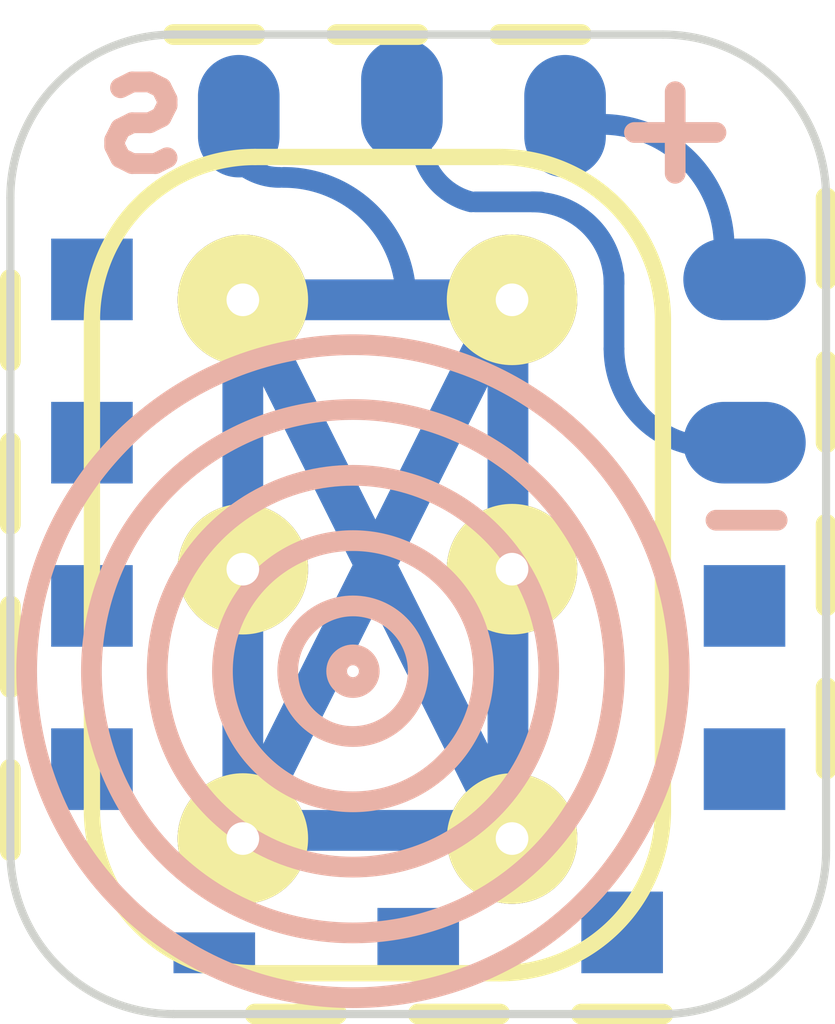
<source format=kicad_pcb>
(kicad_pcb (version 4) (host pcbnew "(2015-05-13 BZR 5653)-product")

  (general
    (links 0)
    (no_connects 0)
    (area 102.572999 41.275 113.427001 54.427001)
    (thickness 1.6)
    (drawings 16)
    (tracks 0)
    (zones 0)
    (modules 1)
    (nets 1)
  )

  (page User 210.007 148.006)
  (title_block
    (title "\"Tact-Tile\"")
    (date "Sat May 30 2015")
    (rev 1)
    (company "Copyright 2015 Anderson de Oliveira Antunes")
    (comment 2 "Copyrights: CC-BY-SA 4.0 Patents: Apache 2.0")
    (comment 3 "You must keep the attribution on the PCB and schematic and in the firmware files, as is.")
  )

  (layers
    (0 F.Cu signal)
    (31 B.Cu signal)
    (36 B.SilkS user)
    (37 F.SilkS user)
    (38 B.Mask user)
    (39 F.Mask user)
    (44 Edge.Cuts user)
  )

  (setup
    (last_trace_width 0.2)
    (trace_clearance 0.2)
    (zone_clearance 0.508)
    (zone_45_only no)
    (trace_min 0.16)
    (segment_width 0.2)
    (edge_width 0.1)
    (via_size 0.6)
    (via_drill 0.4)
    (via_min_size 0.4)
    (via_min_drill 0.3)
    (uvia_size 0.3)
    (uvia_drill 0.1)
    (uvias_allowed no)
    (uvia_min_size 0.2)
    (uvia_min_drill 0.1)
    (pcb_text_width 0.3)
    (pcb_text_size 1.5 1.5)
    (mod_edge_width 0.15)
    (mod_text_size 1 1)
    (mod_text_width 0.15)
    (pad_size 1.5 1.5)
    (pad_drill 0.6)
    (pad_to_mask_clearance 0)
    (aux_axis_origin 0 0)
    (visible_elements FFFFFFFF)
    (pcbplotparams
      (layerselection 0x010f0_80000001)
      (usegerberextensions false)
      (excludeedgelayer true)
      (linewidth 0.100000)
      (plotframeref false)
      (viasonmask false)
      (mode 1)
      (useauxorigin false)
      (hpglpennumber 1)
      (hpglpenspeed 20)
      (hpglpendiameter 15)
      (hpglpenoverlay 2)
      (psnegative false)
      (psa4output false)
      (plotreference true)
      (plotvalue true)
      (plotinvisibletext false)
      (padsonsilk false)
      (subtractmaskfromsilk true)
      (outputformat 1)
      (mirror false)
      (drillshape 0)
      (scaleselection 1)
      (outputdirectory gerb/))
  )

  (net 0 "")

  (net_class Default "This is the default net class."
    (clearance 0.2)
    (trace_width 0.2)
    (via_dia 0.6)
    (via_drill 0.4)
    (uvia_dia 0.3)
    (uvia_drill 0.1)
  )

  (net_class gn ""
    (clearance 0.3)
    (trace_width 0.6)
    (via_dia 0.6)
    (via_drill 0.4)
    (uvia_dia 0.3)
    (uvia_drill 0.1)
  )

  (module etc:BrailleCell (layer F.Cu) (tedit 556A3864) (tstamp 55688B13)
    (at 99.5 66.1)
    (fp_text reference REF** (at -1.75 0.25) (layer F.SilkS) hide
      (effects (font (size 1 1) (thickness 0.15)))
    )
    (fp_text value BrailleCell (at 0 -1.4) (layer F.Fab) hide
      (effects (font (size 1 1) (thickness 0.15)))
    )
    (fp_line (start -1 -2) (end -2 -2) (layer F.SilkS) (width 0.254))
    (fp_line (start 1 -2) (end 0 -2) (layer F.SilkS) (width 0.254))
    (fp_line (start 3 -2) (end 2 -2) (layer F.SilkS) (width 0.254))
    (fp_line (start 6 1) (end 6 0) (layer F.SilkS) (width 0.254))
    (fp_line (start 6 3) (end 6 2) (layer F.SilkS) (width 0.254))
    (fp_line (start 6 5) (end 6 4) (layer F.SilkS) (width 0.254))
    (fp_line (start 6 7) (end 6 6) (layer F.SilkS) (width 0.254))
    (fp_line (start 3 10) (end 4 10) (layer F.SilkS) (width 0.254))
    (fp_line (start 1 10) (end 2 10) (layer F.SilkS) (width 0.254))
    (fp_line (start -1 10) (end 0 10) (layer F.SilkS) (width 0.254))
    (fp_line (start -4 7) (end -4 8) (layer F.SilkS) (width 0.254))
    (fp_line (start -4 5) (end -4 6) (layer F.SilkS) (width 0.254))
    (fp_line (start -4 3) (end -4 4) (layer F.SilkS) (width 0.254))
    (fp_line (start -4 1) (end -4 2) (layer F.SilkS) (width 0.254))
    (fp_circle (center 0.2 5.8) (end 0.4 5.8) (layer B.SilkS) (width 0.254))
    (fp_circle (center 0.2 5.8) (end 1 5.8) (layer B.SilkS) (width 0.254))
    (fp_circle (center 0.2 5.8) (end 1.8 5.8) (layer B.SilkS) (width 0.254))
    (fp_circle (center 0.2 5.8) (end 2.6 5.8) (layer B.SilkS) (width 0.254))
    (fp_circle (center 0.2 5.8) (end 4.2 5.8) (layer B.SilkS) (width 0.254))
    (fp_circle (center 0.2 5.8) (end 3.4 6) (layer B.SilkS) (width 0.254))
    (fp_text user s (at -2.4 -1.1) (layer B.SilkS)
      (effects (font (size 1.5 1.5) (thickness 0.254)) (justify mirror))
    )
    (fp_line (start 4.65 3.95) (end 5.4 3.95) (layer B.SilkS) (width 0.254))
    (fp_line (start 4.65 -0.8) (end 3.65 -0.8) (layer B.SilkS) (width 0.254))
    (fp_line (start 4.15 -1.3) (end 4.15 -0.3) (layer B.SilkS) (width 0.254))
    (fp_line (start 3.4 0.95) (end 3.4 1.85) (layer B.Cu) (width 0.254))
    (fp_arc (start 2.4 1.05) (end 2.4 0.05) (angle 90) (layer B.Cu) (width 0.254))
    (fp_line (start 1.7 0.05) (end 2.5 0.05) (layer B.Cu) (width 0.254))
    (fp_arc (start 1.85 -0.75) (end 1.65 0.05) (angle 85) (layer B.Cu) (width 0.254))
    (fp_arc (start 4.6 1.85) (end 4.6 3.05) (angle 90) (layer B.Cu) (width 0.254))
    (fp_arc (start -0.7 -1) (end -0.7 -0.25) (angle 90) (layer B.Cu) (width 0.254))
    (fp_arc (start -0.65 1.25) (end -0.65 -0.25) (angle 90) (layer B.Cu) (width 0.254))
    (fp_arc (start 3.25 0.6) (end 3.25 -0.9) (angle 90) (layer B.Cu) (width 0.254))
    (fp_line (start 2.1 7.75) (end -1.15 1.25) (layer B.Cu) (width 0.5))
    (fp_line (start 2.1 1.25) (end 2.1 7.75) (layer B.Cu) (width 0.5))
    (fp_line (start 2.1 7.75) (end -1.15 7.75) (layer B.Cu) (width 0.5))
    (fp_line (start -1.15 7.75) (end -1.15 1.25) (layer B.Cu) (width 0.5))
    (fp_line (start -1.15 1.25) (end 2.1 1.25) (layer B.Cu) (width 0.5))
    (fp_line (start 2.1 1.25) (end -1.15 7.75) (layer B.Cu) (width 0.5))
    (pad "" thru_hole circle (at 2.15 7.85) (size 1.6 1.6) (drill 0.4) (layers *.Cu *.Mask F.SilkS))
    (pad "" thru_hole circle (at -1.15 7.85) (size 1.6 1.6) (drill 0.4) (layers *.Cu *.Mask F.SilkS))
    (pad "" thru_hole circle (at -1.15 4.55) (size 1.6 1.6) (drill 0.4) (layers *.Cu *.Mask F.SilkS))
    (pad "" thru_hole circle (at 2.15 4.55) (size 1.6 1.6) (drill 0.4) (layers *.Cu *.Mask F.SilkS))
    (pad "" thru_hole circle (at 2.15 1.25) (size 1.6 1.6) (drill 0.4) (layers *.Cu *.Mask F.SilkS))
    (pad "" thru_hole circle (at -1.15 1.25) (size 1.6 1.6) (drill 0.4) (layers *.Cu *.Mask F.SilkS))
    (pad "" smd oval (at 5 1) (size 1.5 1) (layers B.Cu B.Mask))
    (pad "" smd oval (at 5 3) (size 1.5 1) (layers B.Cu B.Mask))
    (pad 1 smd oval (at -1.2 -1) (size 1 1.5) (layers B.Cu B.Mask))
    (pad 2 smd oval (at 0.8 -1.2) (size 1 1.5) (layers B.Cu B.Mask))
    (pad 3 smd oval (at 2.8 -1) (size 1 1.5) (layers B.Cu B.Mask))
    (pad "" smd rect (at 5 5) (size 1 1) (layers B.Cu B.Mask))
    (pad "" smd rect (at 5 7) (size 1 1) (layers B.Cu B.Mask))
    (pad "" smd rect (at 3.5 9) (size 1 1) (layers B.Cu B.Mask))
    (pad "" smd rect (at 1 9.1) (size 1 0.8) (layers B.Cu B.Mask))
    (pad "" smd rect (at -1.5 9.25) (size 1 0.5) (layers B.Cu B.Mask))
    (pad "" smd rect (at -3 7) (size 1 1) (layers B.Cu B.Mask))
    (pad "" smd rect (at -3 5) (size 1 1) (layers B.Cu B.Mask))
    (pad "" smd rect (at -3 3) (size 1 1) (layers B.Cu B.Mask))
    (pad "" smd rect (at -3 1) (size 1 1) (layers B.Cu B.Mask))
  )

  (gr_line (start 101.5 65.6) (end 98.5 65.6) (angle 90) (layer F.SilkS) (width 0.2))
  (gr_line (start 103.5 73.6) (end 103.5 67.6) (angle 90) (layer F.SilkS) (width 0.2))
  (gr_line (start 98.5 75.6) (end 101.5 75.6) (angle 90) (layer F.SilkS) (width 0.2))
  (gr_line (start 96.5 67.6) (end 96.5 73.6) (angle 90) (layer F.SilkS) (width 0.2))
  (gr_arc (start 98.5 73.6) (end 98.5 75.6) (angle 90) (layer F.SilkS) (width 0.2))
  (gr_arc (start 101.5 73.6) (end 103.5 73.6) (angle 90) (layer F.SilkS) (width 0.2))
  (gr_arc (start 101.5 67.6) (end 101.5 65.6) (angle 90) (layer F.SilkS) (width 0.2))
  (gr_arc (start 98.5 67.6) (end 96.5 67.6) (angle 90) (layer F.SilkS) (width 0.2))
  (gr_line (start 95.5 66.1) (end 95.5 74.1) (angle 90) (layer Edge.Cuts) (width 0.1))
  (gr_line (start 103.5 64.1) (end 97.5 64.1) (angle 90) (layer Edge.Cuts) (width 0.1))
  (gr_line (start 105.5 74.1) (end 105.5 66.1) (angle 90) (layer Edge.Cuts) (width 0.1))
  (gr_line (start 97.5 76.1) (end 103.5 76.1) (angle 90) (layer Edge.Cuts) (width 0.1))
  (gr_arc (start 97.5 74.1) (end 97.5 76.1) (angle 90) (layer Edge.Cuts) (width 0.1))
  (gr_arc (start 103.5 74.1) (end 105.5 74.1) (angle 90) (layer Edge.Cuts) (width 0.1))
  (gr_arc (start 103.5 66.1) (end 103.5 64.1) (angle 90) (layer Edge.Cuts) (width 0.1))
  (gr_arc (start 97.5 66.1) (end 95.5 66.1) (angle 90) (layer Edge.Cuts) (width 0.1))

)

</source>
